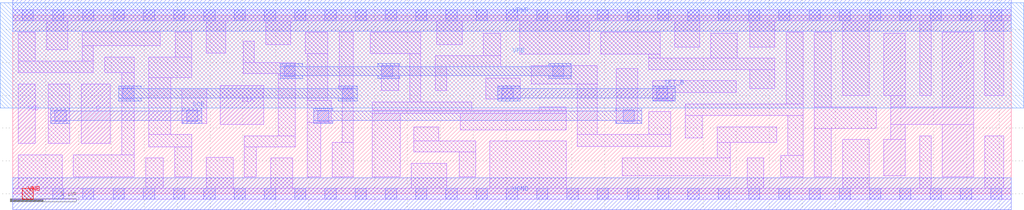
<source format=lef>
# Copyright 2020 The SkyWater PDK Authors
#
# Licensed under the Apache License, Version 2.0 (the "License");
# you may not use this file except in compliance with the License.
# You may obtain a copy of the License at
#
#     https://www.apache.org/licenses/LICENSE-2.0
#
# Unless required by applicable law or agreed to in writing, software
# distributed under the License is distributed on an "AS IS" BASIS,
# WITHOUT WARRANTIES OR CONDITIONS OF ANY KIND, either express or implied.
# See the License for the specific language governing permissions and
# limitations under the License.
#
# SPDX-License-Identifier: Apache-2.0

VERSION 5.7 ;
  NOWIREEXTENSIONATPIN ON ;
  DIVIDERCHAR "/" ;
  BUSBITCHARS "[]" ;
PROPERTYDEFINITIONS
  MACRO maskLayoutSubType STRING ;
  MACRO prCellType STRING ;
  MACRO originalViewName STRING ;
END PROPERTYDEFINITIONS
MACRO sky130_fd_sc_hdll__sdfstp_4
  CLASS CORE ;
  FOREIGN sky130_fd_sc_hdll__sdfstp_4 ;
  ORIGIN  0.000000  0.000000 ;
  SIZE  15.18000 BY  2.720000 ;
  SYMMETRY X Y R90 ;
  SITE unithd ;
  PIN CLK
    ANTENNAGATEAREA  0.178200 ;
    DIRECTION INPUT ;
    USE SIGNAL ;
    PORT
      LAYER li1 ;
        RECT 3.155000 1.055000 3.815000 1.650000 ;
    END
  END CLK
  PIN D
    ANTENNAGATEAREA  0.178200 ;
    DIRECTION INPUT ;
    USE SIGNAL ;
    PORT
      LAYER li1 ;
        RECT 1.040000 0.765000 1.485000 1.675000 ;
    END
  END D
  PIN Q
    ANTENNADIFFAREA  0.996000 ;
    DIRECTION OUTPUT ;
    USE SIGNAL ;
    PORT
      LAYER li1 ;
        RECT 13.240000 0.275000 13.570000 0.825000 ;
        RECT 13.240000 1.495000 13.570000 2.450000 ;
        RECT 13.345000 0.825000 13.570000 1.055000 ;
        RECT 13.345000 1.055000 14.610000 1.325000 ;
        RECT 13.345000 1.325000 13.570000 1.495000 ;
        RECT 14.130000 0.255000 14.610000 1.055000 ;
        RECT 14.130000 1.325000 14.610000 2.465000 ;
    END
  END Q
  PIN SCD
    ANTENNAGATEAREA  0.178200 ;
    DIRECTION INPUT ;
    USE SIGNAL ;
    PORT
      LAYER li1 ;
        RECT 0.085000 0.765000 0.340000 1.675000 ;
    END
  END SCD
  PIN SCE
    ANTENNAGATEAREA  0.356400 ;
    DIRECTION INPUT ;
    USE SIGNAL ;
    PORT
      LAYER met1 ;
        RECT 0.580000 1.075000 0.870000 1.120000 ;
        RECT 0.580000 1.120000 2.875000 1.260000 ;
        RECT 0.580000 1.260000 0.870000 1.305000 ;
        RECT 2.585000 1.075000 2.875000 1.120000 ;
        RECT 2.585000 1.260000 2.875000 1.305000 ;
    END
  END SCE
  PIN SET_B
    ANTENNAGATEAREA  0.277200 ;
    DIRECTION INPUT ;
    USE SIGNAL ;
    PORT
      LAYER met1 ;
        RECT 7.375000 1.415000  7.715000 1.460000 ;
        RECT 7.375000 1.460000 10.070000 1.600000 ;
        RECT 7.375000 1.600000  7.715000 1.645000 ;
        RECT 9.730000 1.415000 10.070000 1.460000 ;
        RECT 9.730000 1.600000 10.070000 1.645000 ;
    END
  END SET_B
  PIN VGND
    ANTENNADIFFAREA  1.732450 ;
    DIRECTION INOUT ;
    USE SIGNAL ;
    PORT
      LAYER met1 ;
        RECT 0.000000 -0.240000 15.180000 0.240000 ;
    END
  END VGND
  PIN VNB
    PORT
      LAYER pwell ;
        RECT 0.145000 -0.085000 0.315000 0.085000 ;
    END
  END VNB
  PIN VPB
    PORT
      LAYER nwell ;
        RECT -0.190000 1.305000 15.370000 2.910000 ;
    END
  END VPB
  PIN VPWR
    ANTENNADIFFAREA  2.397400 ;
    DIRECTION INOUT ;
    USE SIGNAL ;
    PORT
      LAYER met1 ;
        RECT 0.000000 2.480000 15.180000 2.960000 ;
    END
  END VPWR
  OBS
    LAYER li1 ;
      RECT  0.000000 -0.085000 15.180000 0.085000 ;
      RECT  0.000000  2.635000 15.180000 2.805000 ;
      RECT  0.085000  0.085000  0.750000 0.595000 ;
      RECT  0.085000  1.845000  1.225000 2.025000 ;
      RECT  0.085000  2.025000  0.345000 2.465000 ;
      RECT  0.515000  2.195000  0.835000 2.635000 ;
      RECT  0.540000  0.765000  0.870000 1.675000 ;
      RECT  0.920000  0.255000  1.845000 0.595000 ;
      RECT  1.055000  2.025000  1.225000 2.255000 ;
      RECT  1.055000  2.255000  2.245000 2.465000 ;
      RECT  1.395000  1.845000  1.845000 2.085000 ;
      RECT  1.655000  0.595000  1.845000 1.845000 ;
      RECT  2.025000  0.085000  2.290000 0.545000 ;
      RECT  2.065000  0.715000  2.720000 0.905000 ;
      RECT  2.065000  0.905000  2.400000 1.770000 ;
      RECT  2.065000  1.770000  2.720000 2.085000 ;
      RECT  2.460000  0.255000  2.720000 0.715000 ;
      RECT  2.470000  2.085000  2.720000 2.465000 ;
      RECT  2.570000  1.075000  2.950000 1.600000 ;
      RECT  2.940000  0.085000  3.350000 0.555000 ;
      RECT  2.940000  2.140000  3.235000 2.635000 ;
      RECT  3.505000  1.830000  4.295000 2.000000 ;
      RECT  3.505000  2.000000  3.675000 2.325000 ;
      RECT  3.520000  0.255000  3.705000 0.715000 ;
      RECT  3.520000  0.715000  4.295000 0.885000 ;
      RECT  3.845000  2.275000  4.225000 2.635000 ;
      RECT  3.925000  0.085000  4.255000 0.545000 ;
      RECT  4.035000  0.885000  4.295000 1.830000 ;
      RECT  4.445000  2.135000  4.790000 2.465000 ;
      RECT  4.475000  0.255000  4.685000 1.085000 ;
      RECT  4.475000  1.085000  4.840000 1.420000 ;
      RECT  4.475000  1.420000  4.790000 2.135000 ;
      RECT  4.855000  0.255000  5.180000 0.780000 ;
      RECT  4.965000  1.590000  5.180000 2.465000 ;
      RECT  5.010000  0.780000  5.180000 1.590000 ;
      RECT  5.435000  2.135000  6.205000 2.465000 ;
      RECT  5.465000  0.255000  5.890000 1.225000 ;
      RECT  5.465000  1.225000  8.415000 1.275000 ;
      RECT  5.465000  1.275000  6.975000 1.395000 ;
      RECT  5.605000  1.575000  5.865000 1.955000 ;
      RECT  6.035000  1.395000  6.205000 2.135000 ;
      RECT  6.060000  0.085000  6.595000 0.465000 ;
      RECT  6.095000  0.635000  7.035000 0.805000 ;
      RECT  6.095000  0.805000  6.475000 1.015000 ;
      RECT  6.425000  1.575000  6.595000 1.935000 ;
      RECT  6.425000  1.935000  7.420000 2.105000 ;
      RECT  6.445000  2.275000  6.830000 2.635000 ;
      RECT  6.785000  0.255000  7.035000 0.635000 ;
      RECT  6.805000  0.975000  8.415000 1.225000 ;
      RECT  7.155000  2.105000  7.420000 2.450000 ;
      RECT  7.190000  1.445000  7.715000 1.765000 ;
      RECT  7.255000  0.085000  8.415000 0.805000 ;
      RECT  7.710000  2.125000  8.765000 2.635000 ;
      RECT  7.885000  1.670000  8.885000 1.955000 ;
      RECT  8.005000  1.275000  8.415000 1.325000 ;
      RECT  8.585000  0.720000 10.005000 0.905000 ;
      RECT  8.585000  0.905000  8.885000 1.670000 ;
      RECT  8.935000  2.125000  9.840000 2.460000 ;
      RECT  9.175000  1.075000  9.500000 1.905000 ;
      RECT  9.265000  0.275000 10.910000 0.545000 ;
      RECT  9.670000  0.905000 10.005000 1.255000 ;
      RECT  9.670000  1.895000 11.585000 2.065000 ;
      RECT  9.670000  2.065000  9.840000 2.125000 ;
      RECT  9.730000  1.425000 10.035000 1.545000 ;
      RECT  9.730000  1.545000 10.995000 1.725000 ;
      RECT 10.060000  2.235000 10.440000 2.635000 ;
      RECT 10.220000  0.855000 10.480000 1.195000 ;
      RECT 10.220000  1.195000 12.015000 1.365000 ;
      RECT 10.610000  2.065000 11.015000 2.450000 ;
      RECT 10.710000  0.545000 10.910000 0.785000 ;
      RECT 10.710000  0.785000 11.615000 1.015000 ;
      RECT 11.165000  0.085000 11.415000 0.545000 ;
      RECT 11.205000  1.605000 11.585000 1.895000 ;
      RECT 11.205000  2.235000 11.585000 2.635000 ;
      RECT 11.675000  0.255000 12.015000 0.585000 ;
      RECT 11.755000  1.365000 12.015000 2.465000 ;
      RECT 11.785000  0.585000 12.015000 1.195000 ;
      RECT 12.185000  0.255000 12.445000 0.995000 ;
      RECT 12.185000  0.995000 13.125000 1.325000 ;
      RECT 12.185000  1.325000 12.445000 2.465000 ;
      RECT 12.615000  0.085000 13.020000 0.825000 ;
      RECT 12.615000  1.495000 13.020000 2.635000 ;
      RECT 13.790000  0.085000 13.960000 0.885000 ;
      RECT 13.790000  1.495000 13.960000 2.635000 ;
      RECT 14.780000  0.085000 15.065000 0.885000 ;
      RECT 14.780000  1.495000 15.065000 2.635000 ;
    LAYER mcon ;
      RECT  0.145000 -0.085000  0.315000 0.085000 ;
      RECT  0.145000  2.635000  0.315000 2.805000 ;
      RECT  0.605000 -0.085000  0.775000 0.085000 ;
      RECT  0.605000  2.635000  0.775000 2.805000 ;
      RECT  0.640000  1.105000  0.810000 1.275000 ;
      RECT  1.065000 -0.085000  1.235000 0.085000 ;
      RECT  1.065000  2.635000  1.235000 2.805000 ;
      RECT  1.525000 -0.085000  1.695000 0.085000 ;
      RECT  1.525000  2.635000  1.695000 2.805000 ;
      RECT  1.675000  1.445000  1.845000 1.615000 ;
      RECT  1.985000 -0.085000  2.155000 0.085000 ;
      RECT  1.985000  2.635000  2.155000 2.805000 ;
      RECT  2.445000 -0.085000  2.615000 0.085000 ;
      RECT  2.445000  2.635000  2.615000 2.805000 ;
      RECT  2.645000  1.105000  2.815000 1.275000 ;
      RECT  2.905000 -0.085000  3.075000 0.085000 ;
      RECT  2.905000  2.635000  3.075000 2.805000 ;
      RECT  3.365000 -0.085000  3.535000 0.085000 ;
      RECT  3.365000  2.635000  3.535000 2.805000 ;
      RECT  3.825000 -0.085000  3.995000 0.085000 ;
      RECT  3.825000  2.635000  3.995000 2.805000 ;
      RECT  4.125000  1.785000  4.295000 1.955000 ;
      RECT  4.285000 -0.085000  4.455000 0.085000 ;
      RECT  4.285000  2.635000  4.455000 2.805000 ;
      RECT  4.635000  1.100000  4.805000 1.270000 ;
      RECT  4.745000 -0.085000  4.915000 0.085000 ;
      RECT  4.745000  2.635000  4.915000 2.805000 ;
      RECT  5.010000  1.445000  5.180000 1.615000 ;
      RECT  5.205000 -0.085000  5.375000 0.085000 ;
      RECT  5.205000  2.635000  5.375000 2.805000 ;
      RECT  5.605000  1.785000  5.775000 1.955000 ;
      RECT  5.665000 -0.085000  5.835000 0.085000 ;
      RECT  5.665000  2.635000  5.835000 2.805000 ;
      RECT  6.125000 -0.085000  6.295000 0.085000 ;
      RECT  6.125000  2.635000  6.295000 2.805000 ;
      RECT  6.585000 -0.085000  6.755000 0.085000 ;
      RECT  6.585000  2.635000  6.755000 2.805000 ;
      RECT  7.045000 -0.085000  7.215000 0.085000 ;
      RECT  7.045000  2.635000  7.215000 2.805000 ;
      RECT  7.435000  1.445000  7.605000 1.615000 ;
      RECT  7.505000 -0.085000  7.675000 0.085000 ;
      RECT  7.505000  2.635000  7.675000 2.805000 ;
      RECT  7.965000 -0.085000  8.135000 0.085000 ;
      RECT  7.965000  2.635000  8.135000 2.805000 ;
      RECT  8.210000  1.785000  8.380000 1.955000 ;
      RECT  8.425000 -0.085000  8.595000 0.085000 ;
      RECT  8.425000  2.635000  8.595000 2.805000 ;
      RECT  8.885000 -0.085000  9.055000 0.085000 ;
      RECT  8.885000  2.635000  9.055000 2.805000 ;
      RECT  9.280000  1.105000  9.450000 1.275000 ;
      RECT  9.345000 -0.085000  9.515000 0.085000 ;
      RECT  9.345000  2.635000  9.515000 2.805000 ;
      RECT  9.790000  1.445000  9.960000 1.615000 ;
      RECT  9.805000 -0.085000  9.975000 0.085000 ;
      RECT  9.805000  2.635000  9.975000 2.805000 ;
      RECT 10.265000 -0.085000 10.435000 0.085000 ;
      RECT 10.265000  2.635000 10.435000 2.805000 ;
      RECT 10.725000 -0.085000 10.895000 0.085000 ;
      RECT 10.725000  2.635000 10.895000 2.805000 ;
      RECT 11.185000 -0.085000 11.355000 0.085000 ;
      RECT 11.185000  2.635000 11.355000 2.805000 ;
      RECT 11.645000 -0.085000 11.815000 0.085000 ;
      RECT 11.645000  2.635000 11.815000 2.805000 ;
      RECT 12.105000 -0.085000 12.275000 0.085000 ;
      RECT 12.105000  2.635000 12.275000 2.805000 ;
      RECT 12.565000 -0.085000 12.735000 0.085000 ;
      RECT 12.565000  2.635000 12.735000 2.805000 ;
      RECT 13.025000 -0.085000 13.195000 0.085000 ;
      RECT 13.025000  2.635000 13.195000 2.805000 ;
      RECT 13.485000 -0.085000 13.655000 0.085000 ;
      RECT 13.485000  2.635000 13.655000 2.805000 ;
      RECT 13.945000 -0.085000 14.115000 0.085000 ;
      RECT 13.945000  2.635000 14.115000 2.805000 ;
      RECT 14.405000 -0.085000 14.575000 0.085000 ;
      RECT 14.405000  2.635000 14.575000 2.805000 ;
      RECT 14.865000 -0.085000 15.035000 0.085000 ;
      RECT 14.865000  2.635000 15.035000 2.805000 ;
    LAYER met1 ;
      RECT 1.615000 1.415000 1.955000 1.460000 ;
      RECT 1.615000 1.460000 5.240000 1.600000 ;
      RECT 1.615000 1.600000 1.955000 1.645000 ;
      RECT 4.065000 1.755000 4.405000 1.800000 ;
      RECT 4.065000 1.800000 8.490000 1.940000 ;
      RECT 4.065000 1.940000 4.405000 1.985000 ;
      RECT 4.575000 1.070000 4.865000 1.120000 ;
      RECT 4.575000 1.120000 9.560000 1.260000 ;
      RECT 4.575000 1.260000 4.865000 1.300000 ;
      RECT 4.950000 1.415000 5.240000 1.460000 ;
      RECT 4.950000 1.600000 5.240000 1.645000 ;
      RECT 5.545000 1.755000 5.885000 1.800000 ;
      RECT 5.545000 1.940000 5.885000 1.985000 ;
      RECT 8.150000 1.755000 8.490000 1.800000 ;
      RECT 8.150000 1.940000 8.490000 1.985000 ;
      RECT 9.170000 1.075000 9.560000 1.120000 ;
      RECT 9.170000 1.260000 9.560000 1.305000 ;
  END
  PROPERTY maskLayoutSubType "abstract" ;
  PROPERTY prCellType "standard" ;
  PROPERTY originalViewName "layout" ;
END sky130_fd_sc_hdll__sdfstp_4
END LIBRARY

</source>
